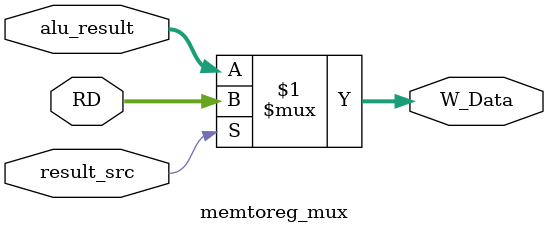
<source format=sv>
module data_mem(
    input  logic        clk, memwrite,
    input  logic [31:0] alu_result,      // address (from ALU)
    input  logic [31:0] RD2,     // write data (from register file)
    output logic [31:0] RD      // read data (to register file)
);
    logic [7:0] memory [0:255]; // 256 bytes of memory

    // READ ? MSB at lowest address
    assign RD = {memory[alu_result+3], memory[alu_result+2], memory[alu_result+1], memory[alu_result]};

    // WRITE ? MSB at lowest address
    always_ff @(posedge clk)
        if (memwrite) begin
            memory[alu_result+3]   <= RD2[31:24];
            memory[alu_result+2] <= RD2[23:16];
            memory[alu_result+1] <= RD2[15:8];
            memory[alu_result] <= RD2[7:0];
        end
endmodule
// MUX: select data to write back to register file

module memtoreg_mux(
    input  logic [31:0] alu_result, // ALU output 
    input  logic [31:0] RD,  // data read from data memory
    input  logic  result_src,       // control: 0 -> alu_result, 1 -> read_data
    output logic [31:0] W_Data          // write data for register file (matches RF's WD)
);
    assign W_Data = (result_src) ? RD : alu_result;
endmodule






</source>
